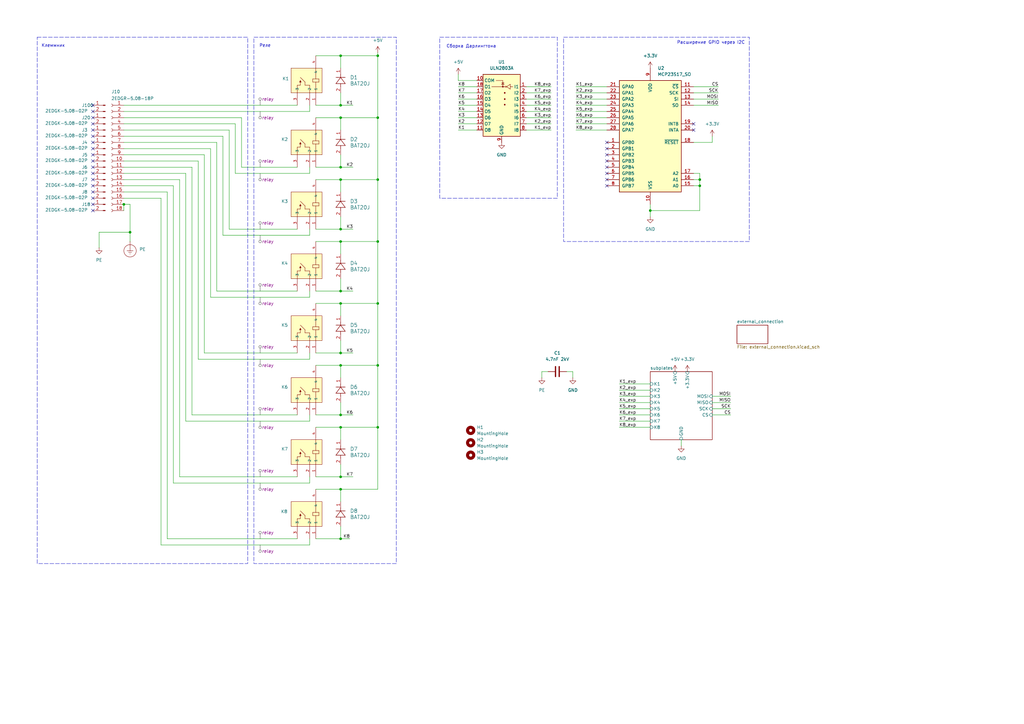
<source format=kicad_sch>
(kicad_sch (version 20231120) (generator "eeschema") (generator_version "8.0")
  (paper "A3")
  (title_block (title "${article} v${version}") (date "2024-05-29") (comment 2 "Konstantin"))
  (lib_symbols
    (symbol "BAT20J_1" (pin_names (offset 0.254))
      (property "Reference" "D" (at 0 0 0))
      (property "Value" "BAT20J" (at 0 0 0))
      (symbol "BAT20J_1_1_1"
        (pin passive line (at 10.16 0 180) (length 2.54) (name "") (number "1"))
        (pin passive line (at 0 0 0) (length 2.54) (name "") (number "2"))
      )
    )
    (symbol "Mechanical:MountingHole" (pin_names (offset 1.016)) (exclude_from_sim yes) (in_bom no)
      (property "Reference" "H" (at 0 5.08 0))
      (property "Value" "MountingHole" (at 0 3.175 0))
    )
    (symbol "kicad_inventree_lib:BAT20J" (pin_names (offset 0.254))
      (property "Reference" "D" (at 0 0 0))
      (property "Value" "BAT20J" (at 0 0 0))
      (symbol "BAT20J_1_1"
        (pin passive line (at 10.16 0 180) (length 2.54) (name "") (number "1"))
        (pin passive line (at 0 0 0) (length 2.54) (name "") (number "2"))
      )
    )
    (symbol "kicad_inventree_lib:C_4.7nF_2kV_1812" (pin_numbers hide) (pin_names (offset 0.254))
      (property "Reference" "C" (at 0.635 2.54 0))
      (property "Value" "4.7nF 2kV" (at 0.635 -2.54 0))
      (symbol "C_4.7nF_2kV_1812_1_1"
        (pin passive line (at 0 3.81 270) (length 2.794) (name "~") (number "1"))
        (pin passive line (at 0 -3.81 90) (length 2.794) (name "~") (number "2"))
      )
    )
    (symbol "kicad_inventree_lib:Degson_2EDGK-5.08-02P" (pin_names (offset 1.016) hide) (on_board no)
      (property "Reference" "J" (at 0 2.54 0))
      (property "Value" "2EDGK-5.08-02P" (at 0 -5.08 0))
      (symbol "Degson_2EDGK-5.08-02P_1_1"
        (pin passive line (at 0 0 180) (length 3.81) (name "Pin_1") (number "1"))
        (pin passive line (at 0 -2.54 180) (length 3.81) (name "Pin_2") (number "2"))
      )
    )
    (symbol "kicad_inventree_lib:Degson_2EDGR-5.08-18P" (pin_names (offset 1.016) hide)
      (property "Reference" "J" (at 0 2.54 0))
      (property "Value" "2EDGR-5.08-18P" (at -4.572 -46.482 0))
      (symbol "Degson_2EDGR-5.08-18P_1_1"
        (pin passive line (at -5.08 0 0) (length 3.81) (name "Pin_1") (number "1"))
        (pin passive line (at -5.08 -22.86 0) (length 3.81) (name "Pin_10") (number "10"))
        (pin passive line (at -5.08 -25.4 0) (length 3.81) (name "Pin_11") (number "11"))
        (pin passive line (at -5.08 -27.94 0) (length 3.81) (name "Pin_12") (number "12"))
        (pin passive line (at -5.08 -30.48 0) (length 3.81) (name "Pin_13") (number "13"))
        (pin passive line (at -5.08 -33.02 0) (length 3.81) (name "Pin_14") (number "14"))
        (pin passive line (at -5.08 -35.56 0) (length 3.81) (name "Pin_15") (number "15"))
        (pin passive line (at -5.08 -38.1 0) (length 3.81) (name "Pin_16") (number "16"))
        (pin passive line (at -5.08 -40.64 0) (length 3.81) (name "Pin_17") (number "17"))
        (pin passive line (at -5.08 -43.18 0) (length 3.81) (name "Pin_18") (number "18"))
        (pin passive line (at -5.08 -2.54 0) (length 3.81) (name "Pin_2") (number "2"))
        (pin passive line (at -5.08 -5.08 0) (length 3.81) (name "Pin_3") (number "3"))
        (pin passive line (at -5.08 -7.62 0) (length 3.81) (name "Pin_4") (number "4"))
        (pin passive line (at -5.08 -10.16 0) (length 3.81) (name "Pin_5") (number "5"))
        (pin passive line (at -5.08 -12.7 0) (length 3.81) (name "Pin_6") (number "6"))
        (pin passive line (at -5.08 -15.24 0) (length 3.81) (name "Pin_7") (number "7"))
        (pin passive line (at -5.08 -17.78 0) (length 3.81) (name "Pin_8") (number "8"))
        (pin passive line (at -5.08 -20.32 0) (length 3.81) (name "Pin_9") (number "9"))
      )
    )
    (symbol "kicad_inventree_lib:G5NB-1A-E-DC5" (pin_names (offset 1.016))
      (property "Reference" "K" (at 7.9746 6.5786 0))
      (property "Value" "G5NB-1A-E-DC5" (at 7.3352 4.0386 0))
      (symbol "G5NB-1A-E-DC5_0_0"
        (pin passive line (at 2.54 0 0) (length 5.08) (name "1") (number "1"))
        (pin passive line (at 2.54 -2.54 0) (length 5.08) (name "2") (number "2"))
        (pin passive line (at 2.54 -7.62 0) (length 5.08) (name "3") (number "3"))
        (pin passive line (at 22.86 0 180) (length 5.08) (name "4") (number "4"))
      )
    )
    (symbol "kicad_inventree_lib:MCP23S17_SO" (pin_names (offset 1.016))
      (property "Reference" "U" (at -11.43 24.13 0))
      (property "Value" "MCP23S17_SO" (at 0 0 0))
      (symbol "MCP23S17_SO_1_1"
        (pin bidirectional line (at 17.78 -2.54 180) (length 5.08) (name "GPB0") (number "1"))
        (pin power_in line (at 0 -27.94 90) (length 5.08) (name "VSS") (number "10"))
        (pin input line (at -17.78 20.32 0) (length 5.08) (name "~{CS}") (number "11"))
        (pin input line (at -17.78 17.78 0) (length 5.08) (name "SCK") (number "12"))
        (pin input line (at -17.78 15.24 0) (length 5.08) (name "SI") (number "13"))
        (pin output line (at -17.78 12.7 0) (length 5.08) (name "SO") (number "14"))
        (pin input line (at -17.78 -20.32 0) (length 5.08) (name "A0") (number "15"))
        (pin input line (at -17.78 -17.78 0) (length 5.08) (name "A1") (number "16"))
        (pin input line (at -17.78 -15.24 0) (length 5.08) (name "A2") (number "17"))
        (pin input line (at -17.78 -2.54 0) (length 5.08) (name "~{RESET}") (number "18"))
        (pin tri_state line (at -17.78 5.08 0) (length 5.08) (name "INTB") (number "19"))
        (pin bidirectional line (at 17.78 -5.08 180) (length 5.08) (name "GPB1") (number "2"))
        (pin tri_state line (at -17.78 2.54 0) (length 5.08) (name "INTA") (number "20"))
        (pin bidirectional line (at 17.78 20.32 180) (length 5.08) (name "GPA0") (number "21"))
        (pin bidirectional line (at 17.78 17.78 180) (length 5.08) (name "GPA1") (number "22"))
        (pin bidirectional line (at 17.78 15.24 180) (length 5.08) (name "GPA2") (number "23"))
        (pin bidirectional line (at 17.78 12.7 180) (length 5.08) (name "GPA3") (number "24"))
        (pin bidirectional line (at 17.78 10.16 180) (length 5.08) (name "GPA4") (number "25"))
        (pin bidirectional line (at 17.78 7.62 180) (length 5.08) (name "GPA5") (number "26"))
        (pin bidirectional line (at 17.78 5.08 180) (length 5.08) (name "GPA6") (number "27"))
        (pin bidirectional line (at 17.78 2.54 180) (length 5.08) (name "GPA7") (number "28"))
        (pin bidirectional line (at 17.78 -7.62 180) (length 5.08) (name "GPB2") (number "3"))
        (pin bidirectional line (at 17.78 -10.16 180) (length 5.08) (name "GPB3") (number "4"))
        (pin bidirectional line (at 17.78 -12.7 180) (length 5.08) (name "GPB4") (number "5"))
        (pin bidirectional line (at 17.78 -15.24 180) (length 5.08) (name "GPB5") (number "6"))
        (pin bidirectional line (at 17.78 -17.78 180) (length 5.08) (name "GPB6") (number "7"))
        (pin bidirectional line (at 17.78 -20.32 180) (length 5.08) (name "GPB7") (number "8"))
        (pin power_in line (at 0 27.94 270) (length 5.08) (name "VDD") (number "9"))
      )
    )
    (symbol "kicad_inventree_lib:PE" (pin_numbers hide) (pin_names (offset 0) hide) (in_bom no)
      (property "Value" "PE" (at 0 -7.62 0))
      (symbol "PE_1_1"
        (pin power_in line (at 0 0 270) (length 0) (name "~") (number "1"))
      )
    )
    (symbol "kicad_inventree_lib:ULN2803A"
      (property "Reference" "U" (at 0 13.335 0))
      (property "Value" "ULN2803A" (at 0 11.43 0))
      (symbol "ULN2803A_1_1"
        (pin input line (at -10.16 5.08 0) (length 2.54) (name "I1") (number "1"))
        (pin passive line (at 10.16 7.62 180) (length 2.54) (name "COM") (number "10"))
        (pin open_collector line (at 10.16 -12.7 180) (length 2.54) (name "O8") (number "11"))
        (pin open_collector line (at 10.16 -10.16 180) (length 2.54) (name "O7") (number "12"))
        (pin open_collector line (at 10.16 -7.62 180) (length 2.54) (name "O6") (number "13"))
        (pin open_collector line (at 10.16 -5.08 180) (length 2.54) (name "O5") (number "14"))
        (pin open_collector line (at 10.16 -2.54 180) (length 2.54) (name "O4") (number "15"))
        (pin open_collector line (at 10.16 0 180) (length 2.54) (name "O3") (number "16"))
        (pin open_collector line (at 10.16 2.54 180) (length 2.54) (name "O2") (number "17"))
        (pin open_collector line (at 10.16 5.08 180) (length 2.54) (name "O1") (number "18"))
        (pin input line (at -10.16 2.54 0) (length 2.54) (name "I2") (number "2"))
        (pin input line (at -10.16 0 0) (length 2.54) (name "I3") (number "3"))
        (pin input line (at -10.16 -2.54 0) (length 2.54) (name "I4") (number "4"))
        (pin input line (at -10.16 -5.08 0) (length 2.54) (name "I5") (number "5"))
        (pin input line (at -10.16 -7.62 0) (length 2.54) (name "I6") (number "6"))
        (pin input line (at -10.16 -10.16 0) (length 2.54) (name "I7") (number "7"))
        (pin input line (at -10.16 -12.7 0) (length 2.54) (name "I8") (number "8"))
        (pin power_in line (at 0 -17.78 90) (length 2.54) (name "GND") (number "9"))
      )
    )
    (symbol "power:+5V" (power) (pin_numbers hide) (pin_names (offset 0) hide)
      (property "Value" "+5V" (at 0 3.556 0))
      (symbol "+5V_1_1"
        (pin power_in line (at 0 0 90) (length 0) (name "~") (number "1"))
      )
    )
    (symbol "power:GND" (power) (pin_numbers hide) (pin_names (offset 0) hide)
      (property "Value" "GND" (at 0 -3.81 0))
      (symbol "GND_1_1"
        (pin power_in line (at 0 0 270) (length 0) (name "~") (number "1"))
      )
    )
  )
  (junction (at 287.02 73.66))
  (junction (at 154.94 175.26))
  (junction (at 266.7 86.36))
  (junction (at 154.94 149.86))
  (junction (at 139.7 68.58))
  (junction (at 139.7 170.18))
  (junction (at 154.94 99.06))
  (junction (at 139.7 119.38))
  (junction (at 53.34 95.25))
  (junction (at 154.94 73.66))
  (junction (at 287.02 76.2))
  (junction (at 139.7 144.78))
  (junction (at 139.7 124.46))
  (junction (at 139.7 149.86))
  (junction (at 50.8 83.82))
  (junction (at 139.7 73.66))
  (junction (at 139.7 43.18))
  (junction (at 154.94 48.26))
  (junction (at 139.7 48.26))
  (junction (at 139.7 220.98))
  (junction (at 154.94 22.86))
  (junction (at 139.7 93.98))
  (junction (at 139.7 99.06))
  (junction (at 139.7 22.86))
  (junction (at 139.7 175.26))
  (junction (at 139.7 200.66))
  (junction (at 139.7 195.58))
  (junction (at 154.94 124.46))
  (no_connect (at 248.92 76.2))
  (no_connect (at 38.1 63.5))
  (no_connect (at 38.1 83.82))
  (no_connect (at 38.1 73.66))
  (no_connect (at 284.48 50.8))
  (no_connect (at 284.48 53.34))
  (no_connect (at 38.1 55.88))
  (no_connect (at 38.1 76.2))
  (no_connect (at 248.92 71.12))
  (no_connect (at 248.92 66.04))
  (no_connect (at 248.92 68.58))
  (no_connect (at 248.92 73.66))
  (no_connect (at 38.1 86.36))
  (no_connect (at 38.1 53.34))
  (no_connect (at 38.1 68.58))
  (no_connect (at 38.1 81.28))
  (no_connect (at 38.1 71.12))
  (no_connect (at 38.1 50.8))
  (no_connect (at 38.1 60.96))
  (no_connect (at 38.1 45.72))
  (no_connect (at 248.92 63.5))
  (no_connect (at 248.92 58.42))
  (no_connect (at 248.92 60.96))
  (no_connect (at 38.1 48.26))
  (no_connect (at 38.1 66.04))
  (no_connect (at 38.1 78.74))
  (no_connect (at 38.1 43.18))
  (no_connect (at 38.1 58.42))
  (wire (pts (xy 139.7 38.1) (xy 139.7 43.18)))
  (wire (pts (xy 287.02 76.2) (xy 284.48 76.2)))
  (wire (pts (xy 236.22 53.34) (xy 248.92 53.34)))
  (wire (pts (xy 236.22 43.18) (xy 248.92 43.18)))
  (wire (pts (xy 127 121.92) (xy 127 119.38)))
  (wire (pts (xy 129.54 124.46) (xy 139.7 124.46)))
  (wire (pts (xy 139.7 165.1) (xy 139.7 170.18)))
  (wire (pts (xy 40.64 95.25) (xy 53.34 95.25)))
  (wire (pts (xy 40.64 101.6) (xy 40.64 95.25)))
  (wire (pts (xy 234.95 154.94) (xy 234.95 152.4)))
  (wire (pts (xy 50.8 53.34) (xy 93.98 53.34)))
  (wire (pts (xy 266.7 86.36) (xy 287.02 86.36)))
  (wire (pts (xy 292.1 167.64) (xy 299.72 167.64)))
  (wire (pts (xy 236.22 38.1) (xy 248.92 38.1)))
  (wire (pts (xy 139.7 93.98) (xy 144.78 93.98)))
  (wire (pts (xy 93.98 93.98) (xy 93.98 53.34)))
  (wire (pts (xy 53.34 83.82) (xy 50.8 83.82)))
  (wire (pts (xy 154.94 99.06) (xy 154.94 73.66)))
  (wire (pts (xy 284.48 35.56) (xy 294.64 35.56)))
  (wire (pts (xy 139.7 144.78) (xy 144.78 144.78)))
  (wire (pts (xy 154.94 149.86) (xy 154.94 175.26)))
  (wire (pts (xy 127 198.12) (xy 127 195.58)))
  (wire (pts (xy 88.9 119.38) (xy 121.92 119.38)))
  (wire (pts (xy 139.7 200.66) (xy 154.94 200.66)))
  (wire (pts (xy 292.1 170.18) (xy 299.72 170.18)))
  (wire (pts (xy 254 157.48) (xy 266.7 157.48)))
  (wire (pts (xy 187.96 33.02) (xy 187.96 30.48)))
  (wire (pts (xy 129.54 68.58) (xy 139.7 68.58)))
  (wire (pts (xy 154.94 22.86) (xy 154.94 48.26)))
  (wire (pts (xy 50.8 68.58) (xy 78.74 68.58)))
  (wire (pts (xy 215.9 40.64) (xy 226.06 40.64)))
  (wire (pts (xy 99.06 48.26) (xy 99.06 68.58)))
  (wire (pts (xy 139.7 22.86) (xy 154.94 22.86)))
  (wire (pts (xy 139.7 175.26) (xy 139.7 180.34)))
  (wire (pts (xy 266.7 83.82) (xy 266.7 86.36)))
  (wire (pts (xy 284.48 38.1) (xy 294.64 38.1)))
  (wire (pts (xy 50.8 43.18) (xy 121.92 43.18)))
  (wire (pts (xy 121.92 68.58) (xy 99.06 68.58)))
  (wire (pts (xy 50.8 45.72) (xy 127 45.72)))
  (wire (pts (xy 86.36 60.96) (xy 86.36 121.92)))
  (wire (pts (xy 254 162.56) (xy 266.7 162.56)))
  (wire (pts (xy 187.96 50.8) (xy 195.58 50.8)))
  (wire (pts (xy 139.7 124.46) (xy 154.94 124.46)))
  (wire (pts (xy 50.8 66.04) (xy 81.28 66.04)))
  (wire (pts (xy 224.79 152.4) (xy 222.25 152.4)))
  (wire (pts (xy 139.7 124.46) (xy 139.7 129.54)))
  (wire (pts (xy 78.74 170.18) (xy 121.92 170.18)))
  (wire (pts (xy 292.1 162.56) (xy 299.72 162.56)))
  (wire (pts (xy 66.04 223.52) (xy 66.04 81.28)))
  (wire (pts (xy 93.98 93.98) (xy 121.92 93.98)))
  (wire (pts (xy 139.7 114.3) (xy 139.7 119.38)))
  (wire (pts (xy 139.7 190.5) (xy 139.7 195.58)))
  (wire (pts (xy 215.9 35.56) (xy 226.06 35.56)))
  (wire (pts (xy 292.1 55.88) (xy 292.1 58.42)))
  (wire (pts (xy 127 93.98) (xy 127 96.52)))
  (wire (pts (xy 139.7 68.58) (xy 144.78 68.58)))
  (wire (pts (xy 215.9 53.34) (xy 226.06 53.34)))
  (wire (pts (xy 187.96 53.34) (xy 195.58 53.34)))
  (wire (pts (xy 83.82 144.78) (xy 121.92 144.78)))
  (wire (pts (xy 129.54 170.18) (xy 139.7 170.18)))
  (wire (pts (xy 195.58 33.02) (xy 187.96 33.02)))
  (wire (pts (xy 187.96 38.1) (xy 195.58 38.1)))
  (wire (pts (xy 139.7 22.86) (xy 139.7 27.94)))
  (wire (pts (xy 86.36 121.92) (xy 127 121.92)))
  (wire (pts (xy 236.22 40.64) (xy 248.92 40.64)))
  (wire (pts (xy 139.7 119.38) (xy 144.78 119.38)))
  (wire (pts (xy 73.66 73.66) (xy 73.66 195.58)))
  (wire (pts (xy 236.22 35.56) (xy 248.92 35.56)))
  (wire (pts (xy 236.22 50.8) (xy 248.92 50.8)))
  (wire (pts (xy 139.7 220.98) (xy 143.51 220.98)))
  (wire (pts (xy 139.7 48.26) (xy 139.7 53.34)))
  (wire (pts (xy 96.52 50.8) (xy 96.52 71.12)))
  (wire (pts (xy 139.7 73.66) (xy 139.7 78.74)))
  (wire (pts (xy 50.8 58.42) (xy 88.9 58.42)))
  (wire (pts (xy 127 172.72) (xy 127 170.18)))
  (wire (pts (xy 187.96 48.26) (xy 195.58 48.26)))
  (wire (pts (xy 68.58 220.98) (xy 68.58 78.74)))
  (wire (pts (xy 139.7 175.26) (xy 154.94 175.26)))
  (wire (pts (xy 292.1 58.42) (xy 284.48 58.42)))
  (wire (pts (xy 71.12 76.2) (xy 50.8 76.2)))
  (wire (pts (xy 292.1 165.1) (xy 299.72 165.1)))
  (wire (pts (xy 88.9 119.38) (xy 88.9 58.42)))
  (wire (pts (xy 154.94 124.46) (xy 154.94 99.06)))
  (wire (pts (xy 222.25 152.4) (xy 222.25 154.94)))
  (wire (pts (xy 284.48 40.64) (xy 294.64 40.64)))
  (wire (pts (xy 129.54 200.66) (xy 139.7 200.66)))
  (wire (pts (xy 284.48 71.12) (xy 287.02 71.12)))
  (wire (pts (xy 236.22 48.26) (xy 248.92 48.26)))
  (wire (pts (xy 50.8 73.66) (xy 73.66 73.66)))
  (wire (pts (xy 254 175.26) (xy 266.7 175.26)))
  (wire (pts (xy 139.7 43.18) (xy 144.78 43.18)))
  (wire (pts (xy 129.54 43.18) (xy 139.7 43.18)))
  (wire (pts (xy 81.28 147.32) (xy 127 147.32)))
  (wire (pts (xy 139.7 215.9) (xy 139.7 220.98)))
  (wire (pts (xy 254 172.72) (xy 266.7 172.72)))
  (wire (pts (xy 91.44 55.88) (xy 91.44 96.52)))
  (wire (pts (xy 129.54 22.86) (xy 139.7 22.86)))
  (wire (pts (xy 129.54 48.26) (xy 139.7 48.26)))
  (wire (pts (xy 78.74 68.58) (xy 78.74 170.18)))
  (wire (pts (xy 284.48 43.18) (xy 294.64 43.18)))
  (wire (pts (xy 154.94 175.26) (xy 154.94 200.66)))
  (wire (pts (xy 187.96 40.64) (xy 195.58 40.64)))
  (wire (pts (xy 139.7 149.86) (xy 139.7 154.94)))
  (wire (pts (xy 254 170.18) (xy 266.7 170.18)))
  (wire (pts (xy 187.96 43.18) (xy 195.58 43.18)))
  (wire (pts (xy 234.95 152.4) (xy 232.41 152.4)))
  (wire (pts (xy 154.94 21.59) (xy 154.94 22.86)))
  (wire (pts (xy 139.7 195.58) (xy 144.78 195.58)))
  (wire (pts (xy 215.9 38.1) (xy 226.06 38.1)))
  (wire (pts (xy 279.4 180.34) (xy 279.4 182.88)))
  (wire (pts (xy 187.96 45.72) (xy 195.58 45.72)))
  (wire (pts (xy 129.54 99.06) (xy 139.7 99.06)))
  (wire (pts (xy 215.9 50.8) (xy 226.06 50.8)))
  (wire (pts (xy 127 43.18) (xy 127 45.72)))
  (wire (pts (xy 129.54 73.66) (xy 139.7 73.66)))
  (wire (pts (xy 50.8 50.8) (xy 96.52 50.8)))
  (wire (pts (xy 139.7 99.06) (xy 139.7 104.14)))
  (wire (pts (xy 287.02 73.66) (xy 287.02 76.2)))
  (wire (pts (xy 266.7 88.9) (xy 266.7 86.36)))
  (wire (pts (xy 215.9 43.18) (xy 226.06 43.18)))
  (wire (pts (xy 76.2 71.12) (xy 50.8 71.12)))
  (wire (pts (xy 139.7 99.06) (xy 154.94 99.06)))
  (wire (pts (xy 91.44 96.52) (xy 127 96.52)))
  (wire (pts (xy 83.82 63.5) (xy 50.8 63.5)))
  (wire (pts (xy 254 165.1) (xy 266.7 165.1)))
  (wire (pts (xy 53.34 95.25) (xy 53.34 99.06)))
  (wire (pts (xy 68.58 220.98) (xy 121.92 220.98)))
  (wire (pts (xy 83.82 144.78) (xy 83.82 63.5)))
  (wire (pts (xy 81.28 66.04) (xy 81.28 147.32)))
  (wire (pts (xy 73.66 195.58) (xy 121.92 195.58)))
  (wire (pts (xy 96.52 71.12) (xy 127 71.12)))
  (wire (pts (xy 139.7 63.5) (xy 139.7 68.58)))
  (wire (pts (xy 139.7 170.18) (xy 144.78 170.18)))
  (wire (pts (xy 287.02 71.12) (xy 287.02 73.66)))
  (wire (pts (xy 50.8 60.96) (xy 86.36 60.96)))
  (wire (pts (xy 50.8 78.74) (xy 68.58 78.74)))
  (wire (pts (xy 139.7 200.66) (xy 139.7 205.74)))
  (wire (pts (xy 50.8 81.28) (xy 66.04 81.28)))
  (wire (pts (xy 154.94 48.26) (xy 154.94 73.66)))
  (wire (pts (xy 127 68.58) (xy 127 71.12)))
  (wire (pts (xy 129.54 149.86) (xy 139.7 149.86)))
  (wire (pts (xy 139.7 48.26) (xy 154.94 48.26)))
  (wire (pts (xy 129.54 144.78) (xy 139.7 144.78)))
  (wire (pts (xy 287.02 76.2) (xy 287.02 86.36)))
  (wire (pts (xy 53.34 95.25) (xy 53.34 83.82)))
  (wire (pts (xy 71.12 198.12) (xy 127 198.12)))
  (wire (pts (xy 129.54 220.98) (xy 139.7 220.98)))
  (wire (pts (xy 139.7 139.7) (xy 139.7 144.78)))
  (wire (pts (xy 236.22 45.72) (xy 248.92 45.72)))
  (wire (pts (xy 154.94 124.46) (xy 154.94 149.86)))
  (wire (pts (xy 71.12 198.12) (xy 71.12 76.2)))
  (wire (pts (xy 139.7 73.66) (xy 154.94 73.66)))
  (wire (pts (xy 129.54 175.26) (xy 139.7 175.26)))
  (wire (pts (xy 254 160.02) (xy 266.7 160.02)))
  (wire (pts (xy 215.9 48.26) (xy 226.06 48.26)))
  (wire (pts (xy 139.7 149.86) (xy 154.94 149.86)))
  (wire (pts (xy 187.96 35.56) (xy 195.58 35.56)))
  (wire (pts (xy 215.9 45.72) (xy 226.06 45.72)))
  (wire (pts (xy 284.48 73.66) (xy 287.02 73.66)))
  (wire (pts (xy 127 144.78) (xy 127 147.32)))
  (wire (pts (xy 66.04 223.52) (xy 127 223.52)))
  (wire (pts (xy 76.2 172.72) (xy 127 172.72)))
  (wire (pts (xy 50.8 55.88) (xy 91.44 55.88)))
  (wire (pts (xy 129.54 195.58) (xy 139.7 195.58)))
  (wire (pts (xy 254 167.64) (xy 266.7 167.64)))
  (wire (pts (xy 129.54 93.98) (xy 139.7 93.98)))
  (wire (pts (xy 139.7 88.9) (xy 139.7 93.98)))
  (wire (pts (xy 129.54 119.38) (xy 139.7 119.38)))
  (wire (pts (xy 99.06 48.26) (xy 50.8 48.26)))
  (wire (pts (xy 76.2 172.72) (xy 76.2 71.12)))
  (wire (pts (xy 127 223.52) (xy 127 220.98)))
  (wire (pts (xy 50.8 83.82) (xy 50.8 86.36)))
  (rectangle (start 231.14 15.24) (end 307.34 99.06) (stroke (width 0) (type dash)))
  (rectangle (start 104.14 15.24) (end 162.56 231.14) (stroke (width 0) (type dash)))
  (rectangle (start 15.24 15.24) (end 101.6 231.14) (stroke (width 0) (type dash)))
  (rectangle (start 180.34 15.24) (end 228.6 81.28) (stroke (width 0) (type dash)))
  (text "Расширение GPIO через I2C" (at 291.592 17.526 0) (effects (font (size 1.27 1.27))))
  (text "Реле" (at 108.712 18.796 0) (effects (font (size 1.27 1.27))))
  (text "Сборка Дарлингтона" (at 193.294 19.05 0) (effects (font (size 1.27 1.27))))
  (text "Клеммник" (at 21.844 18.796 0) (effects (font (size 1.27 1.27))))
  (label "K4_exp" (at 254 165.1 0))
  (label "K7_exp" (at 254 172.72 0))
  (label "K6_exp" (at 236.22 48.26 0))
  (label "MISO" (at 294.64 43.18 180))
  (label "K8_exp" (at 254 175.26 0))
  (label "K5_exp" (at 236.22 45.72 0))
  (label "K4_exp" (at 226.06 45.72 180))
  (label "K2_exp" (at 236.22 38.1 0))
  (label "K2" (at 144.78 68.58 180))
  (label "K3_exp" (at 226.06 48.26 180))
  (label "K4" (at 144.78 119.38 180))
  (label "K3" (at 144.78 93.98 180))
  (label "K1" (at 187.96 53.34 0))
  (label "SCK" (at 299.72 167.64 180))
  (label "K2_exp" (at 254 160.02 0))
  (label "CS" (at 299.72 170.18 180))
  (label "K1_exp" (at 254 157.48 0))
  (label "K8_exp" (at 226.06 35.56 180))
  (label "K2_exp" (at 226.06 50.8 180))
  (label "K7_exp" (at 236.22 50.8 0))
  (label "K3_exp" (at 254 162.56 0))
  (label "K5_exp" (at 254 167.64 0))
  (label "MISO" (at 299.72 165.1 180))
  (label "K8" (at 143.51 220.98 180))
  (label "K2" (at 187.96 50.8 0))
  (label "K4_exp" (at 236.22 43.18 0))
  (label "K7" (at 187.96 38.1 0))
  (label "K3_exp" (at 236.22 40.64 0))
  (label "K1_exp" (at 236.22 35.56 0))
  (label "SCK" (at 294.64 38.1 180))
  (label "K6" (at 187.96 40.64 0))
  (label "MOSI" (at 299.72 162.56 180))
  (label "K6_exp" (at 254 170.18 0))
  (label "K6" (at 144.78 170.18 180))
  (label "K1" (at 144.78 43.18 180))
  (label "K8" (at 187.96 35.56 0))
  (label "K5" (at 187.96 43.18 0))
  (label "K3" (at 187.96 48.26 0))
  (label "K6_exp" (at 226.06 40.64 180))
  (label "K5" (at 144.78 144.78 180))
  (label "K7_exp" (at 226.06 38.1 180))
  (label "K4" (at 187.96 45.72 0))
  (label "CS" (at 294.64 35.56 180))
  (label "K7" (at 144.78 195.58 180))
  (label "MOSI" (at 294.64 40.64 180))
  (label "K1_exp" (at 226.06 53.34 180))
  (label "K5_exp" (at 226.06 43.18 180))
  (label "K8_exp" (at 236.22 53.34 0))
  (netclass_flag "" (length 2.54) (shape round) (at 106.68 147.32 180) (property "Netclass" "relay" (at 107.3785 149.86 0) (effects (font (italic yes)) (justify left))))
  (netclass_flag "" (length 2.54) (shape round) (at 106.68 144.78 0) (property "Netclass" "relay" (at 107.3785 142.24 0) (effects (font (italic yes)) (justify left))))
  (netclass_flag "" (length 2.54) (shape round) (at 106.68 43.18 0) (property "Netclass" "relay" (at 107.3785 40.64 0) (effects (font (italic yes)) (justify left))))
  (netclass_flag "" (length 2.54) (shape round) (at 106.68 45.72 180) (property "Netclass" "relay" (at 107.3785 48.26 0) (effects (font (italic yes)) (justify left))))
  (netclass_flag "" (length 2.54) (shape round) (at 106.68 195.58 0) (property "Netclass" "relay" (at 107.3785 193.04 0) (effects (font (italic yes)) (justify left))))
  (netclass_flag "" (length 2.54) (shape round) (at 106.68 170.18 0) (property "Netclass" "relay" (at 107.3785 167.64 0) (effects (font (italic yes)) (justify left))))
  (netclass_flag "" (length 2.54) (shape round) (at 106.68 198.12 180) (property "Netclass" "relay" (at 107.3785 200.66 0) (effects (font (italic yes)) (justify left))))
  (netclass_flag "" (length 2.54) (shape round) (at 106.68 68.58 0) (property "Netclass" "relay" (at 107.3785 66.04 0) (effects (font (italic yes)) (justify left))))
  (netclass_flag "" (length 2.54) (shape round) (at 106.68 121.92 180) (property "Netclass" "relay" (at 107.3785 124.46 0) (effects (font (italic yes)) (justify left))))
  (netclass_flag "" (length 2.54) (shape round) (at 106.68 220.98 0) (property "Netclass" "relay" (at 107.3785 218.44 0) (effects (font (italic yes)) (justify left))))
  (netclass_flag "" (length 2.54) (shape round) (at 106.68 93.98 0) (property "Netclass" "relay" (at 107.3785 91.44 0) (effects (font (italic yes)) (justify left))))
  (netclass_flag "" (length 2.54) (shape round) (at 106.68 96.52 180) (property "Netclass" "relay" (at 107.3785 99.06 0) (effects (font (italic yes)) (justify left))))
  (netclass_flag "" (length 2.54) (shape round) (at 106.68 172.72 180) (property "Netclass" "relay" (at 107.3785 175.26 0) (effects (font (italic yes)) (justify left))))
  (netclass_flag "" (length 2.54) (shape round) (at 106.68 119.38 0) (property "Netclass" "relay" (at 107.3785 116.84 0) (effects (font (italic yes)) (justify left))))
  (netclass_flag "" (length 2.54) (shape round) (at 106.68 223.52 180) (property "Netclass" "relay" (at 107.3785 226.06 0) (effects (font (italic yes)) (justify left))))
  (netclass_flag "" (length 2.54) (shape round) (at 106.68 71.12 180) (property "Netclass" "relay" (at 107.3785 73.66 0) (effects (font (italic yes)) (justify left))))
  (symbol (lib_id "kicad_inventree_lib:PE") (at 53.34 99.06 0) (unit 1) (in_bom no)
    (property "Reference" "PE1" (effects (hide yes)))
    (property "Value" "PE" (at 57.15 102.2349 0) (effects (justify left)))
    (property "Footprint" "kicad_inventree_lib:PE" (effects (hide yes)))
    (property "Description" "Power symbol creates a global label with name \"Earth_Protective\"" (effects (hide yes)))
  )
  (symbol (lib_id "kicad_inventree_lib:BAT20J") (at 139.7 63.5 90) (unit 1)
    (property "Reference" "D2" (at 143.51 57.1499 90) (effects (font (size 1.524 1.524)) (justify right)))
    (property "Value" "BAT20J" (at 143.51 59.6899 90) (effects (font (size 1.524 1.524)) (justify right)))
    (property "Footprint" "kicad_inventree_lib:SOD-323_STM-M" (effects (hide yes)))
    (property "Datasheet" "http://inventree.network/part/133/" (effects (hide yes)))
    (property "part_ipn" "BAT20J" (effects (hide yes)))
  )
  (symbol (lib_id "kicad_inventree_lib:G5NB-1A-E-DC5") (at 129.54 147.32 270) (mirror x) (unit 1)
    (property "Reference" "K5" (at 118.11 133.3499 90) (effects (justify right)))
    (property "Value" "G5NB-1A-E-DC5" (effects (hide yes)))
    (property "Footprint" "kicad_inventree_lib:G5NB-1A-E_DC12_RELAY_G5NB-1A_DC5_OMR" (effects (hide yes)))
    (property "Datasheet" "http://inventree.network/part/14/" (effects (hide yes)))
    (property "MF" "Omron Electronics Inc-EMC Div" (effects (hide yes)))
    (property "Description_1" "\nPower PCB Relay, 3A/5A, SPST-NO, 12 VDC, G5NB Series | Omron Electronic Components G5NB-1A-E DC12\n" (effects (hide yes)))
    (property "COPYRIGHT" "Copyright (C) 2023 Ultra Librarian. All rights reserved." (effects (hide yes)))
    (property "Package" "None" (effects (hide yes)))
    (property "Price" "None" (effects (hide yes)))
    (property "Check_prices" "https://www.snapeda.com/parts/G5NB-1A-E%20DC12/Omron+Electronics+Inc-EMC+Div/view-part/?ref=eda" (effects (hide yes)))
    (property "Availability" "In Stock" (effects (hide yes)))
    (property "SnapEDA_Link" "https://www.snapeda.com/parts/G5NB-1A-E%20DC12/Omron+Electronics+Inc-EMC+Div/view-part/?ref=snap" (effects (hide yes)))
    (property "MP" "G5NB-1A-E DC12" (effects (hide yes)))
    (property "Purchase-URL" "https://www.snapeda.com/api/url_track_click_mouser/?unipart_id=3078279&manufacturer=Omron Electronics Inc-EMC Div&part_name=G5NB-1A-E DC12&search_term=g5nb" (effects (hide yes)))
    (property "MFR_NAME" "Omron" (effects (hide yes)))
    (property "MANUFACTURER_PART_NUMBER" "G5NB-1A-E DC12" (effects (hide yes)))
    (property "NextPCB_url" "https://www.hqonline.com/product-detail/oumulong-omron--g5nb-1a-e-5vdc-1025587015" (effects (hide yes)))
    (property "NextPCB_price" "0.88519" (effects (hide yes)))
    (property "part_ipn" "G5NB-1A-E-DC5" (effects (hide yes)))
  )
  (symbol (lib_id "kicad_inventree_lib:G5NB-1A-E-DC5") (at 129.54 96.52 270) (mirror x) (unit 1)
    (property "Reference" "K3" (at 118.11 82.5499 90) (effects (justify right)))
    (property "Value" "G5NB-1A-E-DC5" (effects (hide yes)))
    (property "Footprint" "kicad_inventree_lib:G5NB-1A-E_DC12_RELAY_G5NB-1A_DC5_OMR" (effects (hide yes)))
    (property "Datasheet" "http://inventree.network/part/14/" (effects (hide yes)))
    (property "MF" "Omron Electronics Inc-EMC Div" (effects (hide yes)))
    (property "Description_1" "\nPower PCB Relay, 3A/5A, SPST-NO, 12 VDC, G5NB Series | Omron Electronic Components G5NB-1A-E DC12\n" (effects (hide yes)))
    (property "COPYRIGHT" "Copyright (C) 2023 Ultra Librarian. All rights reserved." (effects (hide yes)))
    (property "Package" "None" (effects (hide yes)))
    (property "Price" "None" (effects (hide yes)))
    (property "Check_prices" "https://www.snapeda.com/parts/G5NB-1A-E%20DC12/Omron+Electronics+Inc-EMC+Div/view-part/?ref=eda" (effects (hide yes)))
    (property "Availability" "In Stock" (effects (hide yes)))
    (property "SnapEDA_Link" "https://www.snapeda.com/parts/G5NB-1A-E%20DC12/Omron+Electronics+Inc-EMC+Div/view-part/?ref=snap" (effects (hide yes)))
    (property "MP" "G5NB-1A-E DC12" (effects (hide yes)))
    (property "Purchase-URL" "https://www.snapeda.com/api/url_track_click_mouser/?unipart_id=3078279&manufacturer=Omron Electronics Inc-EMC Div&part_name=G5NB-1A-E DC12&search_term=g5nb" (effects (hide yes)))
    (property "MFR_NAME" "Omron" (effects (hide yes)))
    (property "MANUFACTURER_PART_NUMBER" "G5NB-1A-E DC12" (effects (hide yes)))
    (property "NextPCB_url" "https://www.hqonline.com/product-detail/oumulong-omron--g5nb-1a-e-5vdc-1025587015" (effects (hide yes)))
    (property "NextPCB_price" "0.88519" (effects (hide yes)))
    (property "part_ipn" "G5NB-1A-E-DC5" (effects (hide yes)))
  )
  (symbol (lib_id "kicad_inventree_lib:G5NB-1A-E-DC5") (at 129.54 223.52 270) (mirror x) (unit 1)
    (property "Reference" "K8" (at 116.586 209.804 90))
    (property "Value" "G5NB-1A-E-DC5" (effects (hide yes)))
    (property "Footprint" "kicad_inventree_lib:G5NB-1A-E_DC12_RELAY_G5NB-1A_DC5_OMR" (effects (hide yes)))
    (property "Datasheet" "http://inventree.network/part/14/" (effects (hide yes)))
    (property "MF" "Omron Electronics Inc-EMC Div" (effects (hide yes)))
    (property "Description_1" "\nPower PCB Relay, 3A/5A, SPST-NO, 12 VDC, G5NB Series | Omron Electronic Components G5NB-1A-E DC12\n" (effects (hide yes)))
    (property "COPYRIGHT" "Copyright (C) 2023 Ultra Librarian. All rights reserved." (effects (hide yes)))
    (property "Package" "None" (effects (hide yes)))
    (property "Price" "None" (effects (hide yes)))
    (property "Check_prices" "https://www.snapeda.com/parts/G5NB-1A-E%20DC12/Omron+Electronics+Inc-EMC+Div/view-part/?ref=eda" (effects (hide yes)))
    (property "Availability" "In Stock" (effects (hide yes)))
    (property "SnapEDA_Link" "https://www.snapeda.com/parts/G5NB-1A-E%20DC12/Omron+Electronics+Inc-EMC+Div/view-part/?ref=snap" (effects (hide yes)))
    (property "MP" "G5NB-1A-E DC12" (effects (hide yes)))
    (property "Purchase-URL" "https://www.snapeda.com/api/url_track_click_mouser/?unipart_id=3078279&manufacturer=Omron Electronics Inc-EMC Div&part_name=G5NB-1A-E DC12&search_term=g5nb" (effects (hide yes)))
    (property "MFR_NAME" "Omron" (effects (hide yes)))
    (property "MANUFACTURER_PART_NUMBER" "G5NB-1A-E DC12" (effects (hide yes)))
    (property "NextPCB_url" "https://www.hqonline.com/product-detail/oumulong-omron--g5nb-1a-e-5vdc-1025587015" (effects (hide yes)))
    (property "NextPCB_price" "0.88519" (effects (hide yes)))
    (property "part_ipn" "G5NB-1A-E-DC5" (effects (hide yes)))
  )
  (symbol (lib_id "kicad_inventree_lib:Degson_2EDGK-5.08-02P") (at 38.1 68.58 0) (mirror y) (unit 1) (on_board no)
    (property "Reference" "J6" (at 33.528 68.58 0) (effects (justify right)))
    (property "Value" "2EDGK-5.08-02P" (at 18.542 70.866 0) (effects (justify right)))
    (property "Datasheet" "http://inventree.network/part/18/" (effects (hide yes)))
    (property "Description" "Generic connector, single row, 01x02, script generated" (effects (hide yes)))
    (property "NextPCB_url" "https://www.hqonline.com/product-detail/max-maixu--mx2edgk-5-08-02p-gn01-cu-y-a-1027943030" (effects (hide yes)))
    (property "NextPCB_price" "0.11828" (effects (hide yes)))
    (property "part_ipn" "2EDGK-5.08-02P" (effects (hide yes)))
  )
  (symbol (lib_id "kicad_inventree_lib:BAT20J") (at 139.7 165.1 90) (unit 1)
    (property "Reference" "D6" (at 143.51 158.7499 90) (effects (font (size 1.524 1.524)) (justify right)))
    (property "Value" "BAT20J" (at 143.51 161.2899 90) (effects (font (size 1.524 1.524)) (justify right)))
    (property "Footprint" "kicad_inventree_lib:SOD-323_STM-M" (effects (hide yes)))
    (property "Datasheet" "http://inventree.network/part/133/" (effects (hide yes)))
    (property "part_ipn" "BAT20J" (effects (hide yes)))
  )
  (symbol (lib_id "kicad_inventree_lib:Degson_2EDGK-5.08-02P") (at 38.1 48.26 0) (mirror y) (unit 1) (on_board no)
    (property "Reference" "J20" (at 33.528 48.26 0) (effects (justify right)))
    (property "Value" "2EDGK-5.08-02P" (at 18.542 50.546 0) (effects (justify right)))
    (property "Datasheet" "http://inventree.network/part/18/" (effects (hide yes)))
    (property "Description" "Generic connector, single row, 01x02, script generated" (effects (hide yes)))
    (property "NextPCB_url" "https://www.hqonline.com/product-detail/max-maixu--mx2edgk-5-08-02p-gn01-cu-y-a-1027943030" (effects (hide yes)))
    (property "NextPCB_price" "0.11828" (effects (hide yes)))
    (property "part_ipn" "2EDGK-5.08-02P" (effects (hide yes)))
  )
  (symbol (lib_id "kicad_inventree_lib:Degson_2EDGK-5.08-02P") (at 38.1 43.18 0) (mirror y) (unit 1) (on_board no)
    (property "Reference" "J100" (at 33.528 43.18 0) (effects (justify right)))
    (property "Value" "2EDGK-5.08-02P" (at 18.542 45.466 0) (effects (justify right)))
    (property "Datasheet" "http://inventree.network/part/18/" (effects (hide yes)))
    (property "Description" "Generic connector, single row, 01x02, script generated" (effects (hide yes)))
    (property "NextPCB_url" "https://www.hqonline.com/product-detail/max-maixu--mx2edgk-5-08-02p-gn01-cu-y-a-1027943030" (effects (hide yes)))
    (property "NextPCB_price" "0.11828" (effects (hide yes)))
    (property "part_ipn" "2EDGK-5.08-02P" (effects (hide yes)))
  )
  (symbol (lib_id "kicad_inventree_lib:ULN2803A") (at 205.74 40.64 0) (mirror y) (unit 1)
    (property "Reference" "U1" (at 205.74 25.4 0))
    (property "Value" "ULN2803A" (at 205.74 27.94 0))
    (property "Footprint" "NextPCB:ULN2803A" (effects (hide yes)))
    (property "Datasheet" "http://inventree.network/part/16/" (effects (hide yes)))
    (property "Description" "Darlington Transistor Arrays, SOIC18/DIP18" (effects (hide yes)))
    (property "NextPCB_url" "https://www.hqonline.com/product-detail/darlington-triodes-umw-uln2803a-1012648161" (effects (hide yes)))
    (property "NextPCB_price" "0.08449" (effects (hide yes)))
    (property "part_ipn" "ULN2803A" (effects (hide yes)))
  )
  (symbol (lib_id "power:+5V") (at 276.86 152.4 0) (unit 1)
    (property "Reference" "#PWR04" (effects (hide yes)))
    (property "Value" "+5V" (at 276.86 147.32 0))
    (property "Description" "Power symbol creates a global label with name \"+5V\"" (effects (hide yes)))
  )
  (symbol (lib_id "kicad_inventree_lib:G5NB-1A-E-DC5") (at 129.54 71.12 270) (mirror x) (unit 1)
    (property "Reference" "K2" (at 118.11 57.1499 90) (effects (justify right)))
    (property "Value" "G5NB-1A-E-DC5" (effects (hide yes)))
    (property "Footprint" "kicad_inventree_lib:G5NB-1A-E_DC12_RELAY_G5NB-1A_DC5_OMR" (effects (hide yes)))
    (property "Datasheet" "http://inventree.network/part/14/" (effects (hide yes)))
    (property "MF" "Omron Electronics Inc-EMC Div" (effects (hide yes)))
    (property "Description_1" "\nPower PCB Relay, 3A/5A, SPST-NO, 12 VDC, G5NB Series | Omron Electronic Components G5NB-1A-E DC12\n" (effects (hide yes)))
    (property "COPYRIGHT" "Copyright (C) 2023 Ultra Librarian. All rights reserved." (effects (hide yes)))
    (property "Package" "None" (effects (hide yes)))
    (property "Price" "None" (effects (hide yes)))
    (property "Check_prices" "https://www.snapeda.com/parts/G5NB-1A-E%20DC12/Omron+Electronics+Inc-EMC+Div/view-part/?ref=eda" (effects (hide yes)))
    (property "Availability" "In Stock" (effects (hide yes)))
    (property "SnapEDA_Link" "https://www.snapeda.com/parts/G5NB-1A-E%20DC12/Omron+Electronics+Inc-EMC+Div/view-part/?ref=snap" (effects (hide yes)))
    (property "MP" "G5NB-1A-E DC12" (effects (hide yes)))
    (property "Purchase-URL" "https://www.snapeda.com/api/url_track_click_mouser/?unipart_id=3078279&manufacturer=Omron Electronics Inc-EMC Div&part_name=G5NB-1A-E DC12&search_term=g5nb" (effects (hide yes)))
    (property "MFR_NAME" "Omron" (effects (hide yes)))
    (property "MANUFACTURER_PART_NUMBER" "G5NB-1A-E DC12" (effects (hide yes)))
    (property "NextPCB_url" "https://www.hqonline.com/product-detail/oumulong-omron--g5nb-1a-e-5vdc-1025587015" (effects (hide yes)))
    (property "NextPCB_price" "0.88519" (effects (hide yes)))
    (property "part_ipn" "G5NB-1A-E-DC5" (effects (hide yes)))
  )
  (symbol (lib_id "power:+5V") (at 292.1 55.88 0) (unit 1)
    (property "Reference" "#PWR09" (effects (hide yes)))
    (property "Value" "+3.3V" (at 292.1 50.8 0))
    (property "Description" "Power symbol creates a global label with name \"+5V\"" (effects (hide yes)))
  )
  (symbol (lib_id "power:+5V") (at 281.94 152.4 0) (unit 1)
    (property "Reference" "#PWR05" (effects (hide yes)))
    (property "Value" "+3.3V" (at 281.94 147.32 0))
    (property "Description" "Power symbol creates a global label with name \"+5V\"" (effects (hide yes)))
  )
  (symbol (lib_id "kicad_inventree_lib:G5NB-1A-E-DC5") (at 129.54 121.92 270) (mirror x) (unit 1)
    (property "Reference" "K4" (at 118.11 107.9499 90) (effects (justify right)))
    (property "Value" "G5NB-1A-E-DC5" (effects (hide yes)))
    (property "Footprint" "kicad_inventree_lib:G5NB-1A-E_DC12_RELAY_G5NB-1A_DC5_OMR" (effects (hide yes)))
    (property "Datasheet" "http://inventree.network/part/14/" (effects (hide yes)))
    (property "MF" "Omron Electronics Inc-EMC Div" (effects (hide yes)))
    (property "Description_1" "\nPower PCB Relay, 3A/5A, SPST-NO, 12 VDC, G5NB Series | Omron Electronic Components G5NB-1A-E DC12\n" (effects (hide yes)))
    (property "COPYRIGHT" "Copyright (C) 2023 Ultra Librarian. All rights reserved." (effects (hide yes)))
    (property "Package" "None" (effects (hide yes)))
    (property "Price" "None" (effects (hide yes)))
    (property "Check_prices" "https://www.snapeda.com/parts/G5NB-1A-E%20DC12/Omron+Electronics+Inc-EMC+Div/view-part/?ref=eda" (effects (hide yes)))
    (property "Availability" "In Stock" (effects (hide yes)))
    (property "SnapEDA_Link" "https://www.snapeda.com/parts/G5NB-1A-E%20DC12/Omron+Electronics+Inc-EMC+Div/view-part/?ref=snap" (effects (hide yes)))
    (property "MP" "G5NB-1A-E DC12" (effects (hide yes)))
    (property "Purchase-URL" "https://www.snapeda.com/api/url_track_click_mouser/?unipart_id=3078279&manufacturer=Omron Electronics Inc-EMC Div&part_name=G5NB-1A-E DC12&search_term=g5nb" (effects (hide yes)))
    (property "MFR_NAME" "Omron" (effects (hide yes)))
    (property "MANUFACTURER_PART_NUMBER" "G5NB-1A-E DC12" (effects (hide yes)))
    (property "NextPCB_url" "https://www.hqonline.com/product-detail/oumulong-omron--g5nb-1a-e-5vdc-1025587015" (effects (hide yes)))
    (property "NextPCB_price" "0.88519" (effects (hide yes)))
    (property "part_ipn" "G5NB-1A-E-DC5" (effects (hide yes)))
  )
  (symbol (lib_id "kicad_inventree_lib:G5NB-1A-E-DC5") (at 129.54 45.72 270) (mirror x) (unit 1)
    (property "Reference" "K1" (at 115.824 32.258 90) (effects (justify left)))
    (property "Value" "G5NB-1A-E-DC5" (effects (hide yes)))
    (property "Footprint" "kicad_inventree_lib:G5NB-1A-E_DC12_RELAY_G5NB-1A_DC5_OMR" (effects (hide yes)))
    (property "Datasheet" "http://inventree.network/part/14/" (effects (hide yes)))
    (property "MF" "Omron Electronics Inc-EMC Div" (effects (hide yes)))
    (property "Description_1" "\nPower PCB Relay, 3A/5A, SPST-NO, 12 VDC, G5NB Series | Omron Electronic Components G5NB-1A-E DC12\n" (effects (hide yes)))
    (property "COPYRIGHT" "Copyright (C) 2023 Ultra Librarian. All rights reserved." (effects (hide yes)))
    (property "Package" "None" (effects (hide yes)))
    (property "Price" "None" (effects (hide yes)))
    (property "Check_prices" "https://www.snapeda.com/parts/G5NB-1A-E%20DC12/Omron+Electronics+Inc-EMC+Div/view-part/?ref=eda" (effects (hide yes)))
    (property "Availability" "In Stock" (effects (hide yes)))
    (property "SnapEDA_Link" "https://www.snapeda.com/parts/G5NB-1A-E%20DC12/Omron+Electronics+Inc-EMC+Div/view-part/?ref=snap" (effects (hide yes)))
    (property "MP" "G5NB-1A-E DC12" (effects (hide yes)))
    (property "Purchase-URL" "https://www.snapeda.com/api/url_track_click_mouser/?unipart_id=3078279&manufacturer=Omron Electronics Inc-EMC Div&part_name=G5NB-1A-E DC12&search_term=g5nb" (effects (hide yes)))
    (property "MFR_NAME" "Omron" (effects (hide yes)))
    (property "MANUFACTURER_PART_NUMBER" "G5NB-1A-E DC12" (effects (hide yes)))
    (property "NextPCB_url" "https://www.hqonline.com/product-detail/oumulong-omron--g5nb-1a-e-5vdc-1025587015" (effects (hide yes)))
    (property "NextPCB_price" "0.88519" (effects (hide yes)))
    (property "part_ipn" "G5NB-1A-E-DC5" (effects (hide yes)))
  )
  (symbol (lib_id "kicad_inventree_lib:Degson_2EDGK-5.08-02P") (at 38.1 53.34 0) (mirror y) (unit 1) (on_board no)
    (property "Reference" "J3" (at 33.528 53.34 0) (effects (justify right)))
    (property "Value" "2EDGK-5.08-02P" (at 18.542 55.626 0) (effects (justify right)))
    (property "Datasheet" "http://inventree.network/part/18/" (effects (hide yes)))
    (property "Description" "Generic connector, single row, 01x02, script generated" (effects (hide yes)))
    (property "NextPCB_url" "https://www.hqonline.com/product-detail/max-maixu--mx2edgk-5-08-02p-gn01-cu-y-a-1027943030" (effects (hide yes)))
    (property "NextPCB_price" "0.11828" (effects (hide yes)))
    (property "part_ipn" "2EDGK-5.08-02P" (effects (hide yes)))
  )
  (symbol (lib_id "power:+5V") (at 266.7 27.94 0) (unit 1)
    (property "Reference" "#PWR011" (effects (hide yes)))
    (property "Value" "+3.3V" (at 266.7 22.86 0))
    (property "Description" "Power symbol creates a global label with name \"+5V\"" (effects (hide yes)))
  )
  (symbol (lib_id "kicad_inventree_lib:Degson_2EDGR-5.08-18P") (at 45.72 43.18 0) (mirror y) (unit 1)
    (property "Reference" "J10" (at 47.498 37.592 0))
    (property "Value" "2EDGR-5.08-18P" (at 54.356 40.386 0))
    (property "Footprint" "NextPCB:Degson_2EDGR-5.08-18P" (effects (hide yes)))
    (property "Datasheet" "http://inventree.network/part/19/" (effects (hide yes)))
    (property "Description" "01x18" (effects (hide yes)))
    (property "NextPCB_url" "https://www.hqonline.com/product-detail/terminal-blocks-kangnex-wj2edgr-5-08-18p-2500349376" (effects (hide yes)))
    (property "NextPCB_price" "0.17085" (effects (hide yes)))
    (property "part_ipn" "2EDGR-5.08-18P" (effects (hide yes)))
  )
  (symbol (lib_id "power:GND") (at 279.4 182.88 0) (unit 1)
    (property "Reference" "#PWR01" (effects (hide yes)))
    (property "Value" "GND" (at 279.4 187.96 0))
    (property "Description" "Power symbol creates a global label with name \"GND\" , ground" (effects (hide yes)))
  )
  (symbol (lib_id "kicad_inventree_lib:BAT20J") (at 139.7 88.9 90) (unit 1)
    (property "Reference" "D3" (at 143.51 82.5499 90) (effects (font (size 1.524 1.524)) (justify right)))
    (property "Value" "BAT20J" (at 143.51 85.0899 90) (effects (font (size 1.524 1.524)) (justify right)))
    (property "Footprint" "kicad_inventree_lib:SOD-323_STM-M" (effects (hide yes)))
    (property "Datasheet" "http://inventree.network/part/133/" (effects (hide yes)))
    (property "part_ipn" "BAT20J" (effects (hide yes)))
  )
  (symbol (lib_id "kicad_inventree_lib:G5NB-1A-E-DC5") (at 129.54 172.72 270) (mirror x) (unit 1)
    (property "Reference" "K6" (at 118.11 158.7499 90) (effects (justify right)))
    (property "Value" "G5NB-1A-E-DC5" (effects (hide yes)))
    (property "Footprint" "kicad_inventree_lib:G5NB-1A-E_DC12_RELAY_G5NB-1A_DC5_OMR" (effects (hide yes)))
    (property "Datasheet" "http://inventree.network/part/14/" (effects (hide yes)))
    (property "MF" "Omron Electronics Inc-EMC Div" (effects (hide yes)))
    (property "Description_1" "\nPower PCB Relay, 3A/5A, SPST-NO, 12 VDC, G5NB Series | Omron Electronic Components G5NB-1A-E DC12\n" (effects (hide yes)))
    (property "COPYRIGHT" "Copyright (C) 2023 Ultra Librarian. All rights reserved." (effects (hide yes)))
    (property "Package" "None" (effects (hide yes)))
    (property "Price" "None" (effects (hide yes)))
    (property "Check_prices" "https://www.snapeda.com/parts/G5NB-1A-E%20DC12/Omron+Electronics+Inc-EMC+Div/view-part/?ref=eda" (effects (hide yes)))
    (property "Availability" "In Stock" (effects (hide yes)))
    (property "SnapEDA_Link" "https://www.snapeda.com/parts/G5NB-1A-E%20DC12/Omron+Electronics+Inc-EMC+Div/view-part/?ref=snap" (effects (hide yes)))
    (property "MP" "G5NB-1A-E DC12" (effects (hide yes)))
    (property "Purchase-URL" "https://www.snapeda.com/api/url_track_click_mouser/?unipart_id=3078279&manufacturer=Omron Electronics Inc-EMC Div&part_name=G5NB-1A-E DC12&search_term=g5nb" (effects (hide yes)))
    (property "MFR_NAME" "Omron" (effects (hide yes)))
    (property "MANUFACTURER_PART_NUMBER" "G5NB-1A-E DC12" (effects (hide yes)))
    (property "NextPCB_url" "https://www.hqonline.com/product-detail/oumulong-omron--g5nb-1a-e-5vdc-1025587015" (effects (hide yes)))
    (property "NextPCB_price" "0.88519" (effects (hide yes)))
    (property "part_ipn" "G5NB-1A-E-DC5" (effects (hide yes)))
  )
  (symbol (lib_id "kicad_inventree_lib:Degson_2EDGK-5.08-02P") (at 38.1 83.82 0) (mirror y) (unit 1) (on_board no)
    (property "Reference" "J18" (at 33.528 83.82 0) (effects (justify right)))
    (property "Value" "2EDGK-5.08-02P" (at 18.542 86.106 0) (effects (justify right)))
    (property "Datasheet" "http://inventree.network/part/18/" (effects (hide yes)))
    (property "Description" "Generic connector, single row, 01x02, script generated" (effects (hide yes)))
    (property "NextPCB_url" "https://www.hqonline.com/product-detail/max-maixu--mx2edgk-5-08-02p-gn01-cu-y-a-1027943030" (effects (hide yes)))
    (property "NextPCB_price" "0.11828" (effects (hide yes)))
    (property "part_ipn" "2EDGK-5.08-02P" (effects (hide yes)))
  )
  (symbol (lib_id "kicad_inventree_lib:BAT20J") (at 139.7 215.9 90) (unit 1)
    (property "Reference" "D8" (at 143.51 209.5499 90) (effects (font (size 1.524 1.524)) (justify right)))
    (property "Value" "BAT20J" (at 143.51 212.0899 90) (effects (font (size 1.524 1.524)) (justify right)))
    (property "Footprint" "kicad_inventree_lib:SOD-323_STM-M" (effects (hide yes)))
    (property "Datasheet" "http://inventree.network/part/133/" (effects (hide yes)))
    (property "part_ipn" "BAT20J" (effects (hide yes)))
  )
  (symbol (lib_id "kicad_inventree_lib:G5NB-1A-E-DC5") (at 129.54 198.12 270) (mirror x) (unit 1)
    (property "Reference" "K7" (at 118.11 184.1499 90) (effects (justify right)))
    (property "Value" "G5NB-1A-E-DC5" (effects (hide yes)))
    (property "Footprint" "kicad_inventree_lib:G5NB-1A-E_DC12_RELAY_G5NB-1A_DC5_OMR" (effects (hide yes)))
    (property "Datasheet" "http://inventree.network/part/14/" (effects (hide yes)))
    (property "MF" "Omron Electronics Inc-EMC Div" (effects (hide yes)))
    (property "Description_1" "\nPower PCB Relay, 3A/5A, SPST-NO, 12 VDC, G5NB Series | Omron Electronic Components G5NB-1A-E DC12\n" (effects (hide yes)))
    (property "COPYRIGHT" "Copyright (C) 2023 Ultra Librarian. All rights reserved." (effects (hide yes)))
    (property "Package" "None" (effects (hide yes)))
    (property "Price" "None" (effects (hide yes)))
    (property "Check_prices" "https://www.snapeda.com/parts/G5NB-1A-E%20DC12/Omron+Electronics+Inc-EMC+Div/view-part/?ref=eda" (effects (hide yes)))
    (property "Availability" "In Stock" (effects (hide yes)))
    (property "SnapEDA_Link" "https://www.snapeda.com/parts/G5NB-1A-E%20DC12/Omron+Electronics+Inc-EMC+Div/view-part/?ref=snap" (effects (hide yes)))
    (property "MP" "G5NB-1A-E DC12" (effects (hide yes)))
    (property "Purchase-URL" "https://www.snapeda.com/api/url_track_click_mouser/?unipart_id=3078279&manufacturer=Omron Electronics Inc-EMC Div&part_name=G5NB-1A-E DC12&search_term=g5nb" (effects (hide yes)))
    (property "MFR_NAME" "Omron" (effects (hide yes)))
    (property "MANUFACTURER_PART_NUMBER" "G5NB-1A-E DC12" (effects (hide yes)))
    (property "NextPCB_url" "https://www.hqonline.com/product-detail/oumulong-omron--g5nb-1a-e-5vdc-1025587015" (effects (hide yes)))
    (property "NextPCB_price" "0.88519" (effects (hide yes)))
    (property "part_ipn" "G5NB-1A-E-DC5" (effects (hide yes)))
  )
  (symbol (lib_id "power:GND") (at 222.25 154.94 0) (unit 1)
    (property "Reference" "#PWR016" (effects (hide yes)))
    (property "Value" "PE" (at 222.25 160.02 0))
    (property "Description" "Power symbol creates a global label with name \"GND\" , ground" (effects (hide yes)))
  )
  (symbol (lib_id "kicad_inventree_lib:Degson_2EDGK-5.08-02P") (at 38.1 73.66 0) (mirror y) (unit 1) (on_board no)
    (property "Reference" "J7" (at 33.528 73.66 0) (effects (justify right)))
    (property "Value" "2EDGK-5.08-02P" (at 18.542 75.946 0) (effects (justify right)))
    (property "Datasheet" "http://inventree.network/part/18/" (effects (hide yes)))
    (property "Description" "Generic connector, single row, 01x02, script generated" (effects (hide yes)))
    (property "NextPCB_url" "https://www.hqonline.com/product-detail/max-maixu--mx2edgk-5-08-02p-gn01-cu-y-a-1027943030" (effects (hide yes)))
    (property "NextPCB_price" "0.11828" (effects (hide yes)))
    (property "part_ipn" "2EDGK-5.08-02P" (effects (hide yes)))
  )
  (symbol (lib_id "power:+5V") (at 154.94 21.59 0) (unit 1)
    (property "Reference" "#PWR07" (effects (hide yes)))
    (property "Value" "+5V" (at 154.94 16.51 0))
    (property "Description" "Power symbol creates a global label with name \"+5V\"" (effects (hide yes)))
  )
  (symbol (lib_id "kicad_inventree_lib:Degson_2EDGK-5.08-02P") (at 38.1 78.74 0) (mirror y) (unit 1) (on_board no)
    (property "Reference" "J8" (at 33.528 78.74 0) (effects (justify right)))
    (property "Value" "2EDGK-5.08-02P" (at 18.542 81.026 0) (effects (justify right)))
    (property "Datasheet" "http://inventree.network/part/18/" (effects (hide yes)))
    (property "Description" "Generic connector, single row, 01x02, script generated" (effects (hide yes)))
    (property "NextPCB_url" "https://www.hqonline.com/product-detail/max-maixu--mx2edgk-5-08-02p-gn01-cu-y-a-1027943030" (effects (hide yes)))
    (property "NextPCB_price" "0.11828" (effects (hide yes)))
    (property "part_ipn" "2EDGK-5.08-02P" (effects (hide yes)))
  )
  (symbol (lib_id "kicad_inventree_lib:BAT20J") (at 139.7 139.7 90) (unit 1)
    (property "Reference" "D5" (at 143.51 133.3499 90) (effects (font (size 1.524 1.524)) (justify right)))
    (property "Value" "BAT20J" (at 143.51 135.8899 90) (effects (font (size 1.524 1.524)) (justify right)))
    (property "Footprint" "kicad_inventree_lib:SOD-323_STM-M" (effects (hide yes)))
    (property "Datasheet" "http://inventree.network/part/133/" (effects (hide yes)))
    (property "part_ipn" "BAT20J" (effects (hide yes)))
  )
  (symbol (lib_id "kicad_inventree_lib:BAT20J") (at 139.7 190.5 90) (unit 1)
    (property "Reference" "D7" (at 143.51 184.1499 90) (effects (font (size 1.524 1.524)) (justify right)))
    (property "Value" "BAT20J" (at 143.51 186.6899 90) (effects (font (size 1.524 1.524)) (justify right)))
    (property "Footprint" "kicad_inventree_lib:SOD-323_STM-M" (effects (hide yes)))
    (property "Datasheet" "http://inventree.network/part/133/" (effects (hide yes)))
    (property "part_ipn" "BAT20J" (effects (hide yes)))
  )
  (symbol (lib_id "kicad_inventree_lib:Degson_2EDGK-5.08-02P") (at 38.1 58.42 0) (mirror y) (unit 1) (on_board no)
    (property "Reference" "J4" (at 33.528 58.42 0) (effects (justify right)))
    (property "Value" "2EDGK-5.08-02P" (at 18.542 60.706 0) (effects (justify right)))
    (property "Datasheet" "http://inventree.network/part/18/" (effects (hide yes)))
    (property "Description" "Generic connector, single row, 01x02, script generated" (effects (hide yes)))
    (property "NextPCB_url" "https://www.hqonline.com/product-detail/max-maixu--mx2edgk-5-08-02p-gn01-cu-y-a-1027943030" (effects (hide yes)))
    (property "NextPCB_price" "0.11828" (effects (hide yes)))
    (property "part_ipn" "2EDGK-5.08-02P" (effects (hide yes)))
  )
  (symbol (lib_name "BAT20J_1") (lib_id "kicad_inventree_lib:BAT20J") (at 139.7 38.1 90) (unit 1)
    (property "Reference" "D1" (at 143.51 31.7499 90) (effects (font (size 1.524 1.524)) (justify right)))
    (property "Value" "BAT20J" (at 143.51 34.2899 90) (effects (font (size 1.524 1.524)) (justify right)))
    (property "Footprint" "kicad_inventree_lib:SOD-323_STM-M" (effects (hide yes)))
    (property "Datasheet" "http://inventree.network/part/133/" (effects (hide yes)))
    (property "part_ipn" "BAT20J" (effects (hide yes)))
  )
  (symbol (lib_id "power:GND") (at 234.95 154.94 0) (unit 1)
    (property "Reference" "#PWR015" (effects (hide yes)))
    (property "Value" "GND" (at 234.95 160.02 0))
    (property "Description" "Power symbol creates a global label with name \"GND\" , ground" (effects (hide yes)))
  )
  (symbol (lib_id "power:GND") (at 266.7 88.9 0) (unit 1)
    (property "Reference" "#PWR010" (effects (hide yes)))
    (property "Value" "GND" (at 266.7 93.98 0))
    (property "Description" "Power symbol creates a global label with name \"GND\" , ground" (effects (hide yes)))
  )
  (symbol (lib_id "power:GND") (at 40.64 101.6 0) (unit 1)
    (property "Reference" "#PWR017" (effects (hide yes)))
    (property "Value" "PE" (at 40.64 106.68 0))
    (property "Description" "Power symbol creates a global label with name \"GND\" , ground" (effects (hide yes)))
  )
  (symbol (lib_id "power:GND") (at 205.74 58.42 0) (unit 1)
    (property "Reference" "#PWR03" (effects (hide yes)))
    (property "Value" "GND" (at 205.74 63.5 0))
    (property "Description" "Power symbol creates a global label with name \"GND\" , ground" (effects (hide yes)))
  )
  (symbol (lib_id "Mechanical:MountingHole") (at 193.04 181.61 0) (unit 1) (exclude_from_sim yes) (in_bom no)
    (property "Reference" "H2" (at 195.58 180.3399 0) (effects (justify left)))
    (property "Value" "MountingHole" (at 195.58 182.8799 0) (effects (justify left)))
    (property "Footprint" "MountingHole:MountingHole_3.2mm_M3" (effects (hide yes)))
    (property "Description" "Mounting Hole without connection" (effects (hide yes)))
  )
  (symbol (lib_id "kicad_inventree_lib:Degson_2EDGK-5.08-02P") (at 38.1 63.5 0) (mirror y) (unit 1) (on_board no)
    (property "Reference" "J5" (at 33.528 63.5 0) (effects (justify right)))
    (property "Value" "2EDGK-5.08-02P" (at 18.542 65.786 0) (effects (justify right)))
    (property "Datasheet" "http://inventree.network/part/18/" (effects (hide yes)))
    (property "Description" "Generic connector, single row, 01x02, script generated" (effects (hide yes)))
    (property "NextPCB_url" "https://www.hqonline.com/product-detail/max-maixu--mx2edgk-5-08-02p-gn01-cu-y-a-1027943030" (effects (hide yes)))
    (property "NextPCB_price" "0.11828" (effects (hide yes)))
    (property "part_ipn" "2EDGK-5.08-02P" (effects (hide yes)))
  )
  (symbol (lib_id "Mechanical:MountingHole") (at 193.04 186.69 0) (unit 1) (exclude_from_sim yes) (in_bom no)
    (property "Reference" "H3" (at 195.58 185.4199 0) (effects (justify left)))
    (property "Value" "MountingHole" (at 195.58 187.9599 0) (effects (justify left)))
    (property "Footprint" "MountingHole:MountingHole_3.2mm_M3" (effects (hide yes)))
    (property "Description" "Mounting Hole without connection" (effects (hide yes)))
  )
  (symbol (lib_id "kicad_inventree_lib:BAT20J") (at 139.7 114.3 90) (unit 1)
    (property "Reference" "D4" (at 143.51 107.9499 90) (effects (font (size 1.524 1.524)) (justify right)))
    (property "Value" "BAT20J" (at 143.51 110.4899 90) (effects (font (size 1.524 1.524)) (justify right)))
    (property "Footprint" "kicad_inventree_lib:SOD-323_STM-M" (effects (hide yes)))
    (property "Datasheet" "http://inventree.network/part/133/" (effects (hide yes)))
    (property "part_ipn" "BAT20J" (effects (hide yes)))
  )
  (symbol (lib_id "kicad_inventree_lib:C_4.7nF_2kV_1812") (at 228.6 152.4 90) (unit 1)
    (property "Reference" "C1" (at 228.6 144.78 90))
    (property "Value" "4.7nF 2kV" (at 228.6 147.32 90))
    (property "Footprint" "Capacitor_SMD:C_1812_4532Metric_Pad1.57x3.40mm_HandSolder" (effects (hide yes)))
    (property "Datasheet" "http://inventree.network/part/112/" (effects (hide yes)))
    (property "Description" "Unpolarized capacitor" (effects (hide yes)))
    (property "part_ipn" "C_4.7nF_2kV_1812" (effects (hide yes)))
  )
  (symbol (lib_id "power:+5V") (at 187.96 30.48 0) (unit 1)
    (property "Reference" "#PWR02" (effects (hide yes)))
    (property "Value" "+5V" (at 187.96 25.4 0))
    (property "Description" "Power symbol creates a global label with name \"+5V\"" (effects (hide yes)))
  )
  (symbol (lib_id "Mechanical:MountingHole") (at 193.04 176.53 0) (unit 1) (exclude_from_sim yes) (in_bom no)
    (property "Reference" "H1" (at 195.58 175.2599 0) (effects (justify left)))
    (property "Value" "MountingHole" (at 195.58 177.7999 0) (effects (justify left)))
    (property "Footprint" "MountingHole:MountingHole_3.2mm_M3" (effects (hide yes)))
    (property "Description" "Mounting Hole without connection" (effects (hide yes)))
  )
  (symbol (lib_id "kicad_inventree_lib:MCP23S17_SO") (at 266.7 55.88 0) (mirror y) (unit 1)
    (property "Reference" "U2" (at 269.7165 27.94 0) (effects (justify right)))
    (property "Value" "MCP23S17_SO" (at 269.7165 30.48 0) (effects (justify right)))
    (property "Footprint" "Package_SO:SOIC-28W_7.5x17.9mm_P1.27mm" (effects (hide yes)))
    (property "Datasheet" "http://inventree.network/part/105/" (effects (hide yes)))
    (property "Description" "16-bit I/O expander, SPI, interrupts, w pull-ups, SOIC-28" (effects (hide yes)))
    (property "part_ipn" "MCP23S17-E/SO" (effects (hide yes)))
  )
  (sheet (at 266.7 152.4) (size 25.4 27.94) (stroke (width 0.1524))
    (property "Sheetname" "subplates" (at 266.7 151.6884 0) (effects (justify left bottom)))
    (property "Sheetfile" "subplates.kicad_sch" (effects (hide yes)))
    (pin "K2" input (at 266.7 160.02 180))
    (pin "K3" input (at 266.7 162.56 180))
    (pin "K4" input (at 266.7 165.1 180))
    (pin "K1" input (at 266.7 157.48 180))
    (pin "K8" input (at 266.7 175.26 180))
    (pin "K5" input (at 266.7 167.64 180))
    (pin "K6" input (at 266.7 170.18 180))
    (pin "K7" input (at 266.7 172.72 180))
    (pin "GND" input (at 279.4 180.34 270))
    (pin "MOSI" input (at 292.1 162.56 0))
    (pin "SCK" input (at 292.1 167.64 0))
    (pin "MISO" input (at 292.1 165.1 0))
    (pin "CS" input (at 292.1 170.18 0))
    (pin "+3.3V" input (at 281.94 152.4 90))
    (pin "+5V" input (at 276.86 152.4 90))
  )
  (sheet (at 302.26 133.35) (size 12.7 7.62) (stroke (width 0.1524))
    (property "Sheetname" "external_connection" (at 302.26 132.6384 0) (effects (justify left bottom)))
    (property "Sheetfile" "external_connection.kicad_sch" (at 302.26 141.5546 0) (effects (justify left top)))
  )
)
</source>
